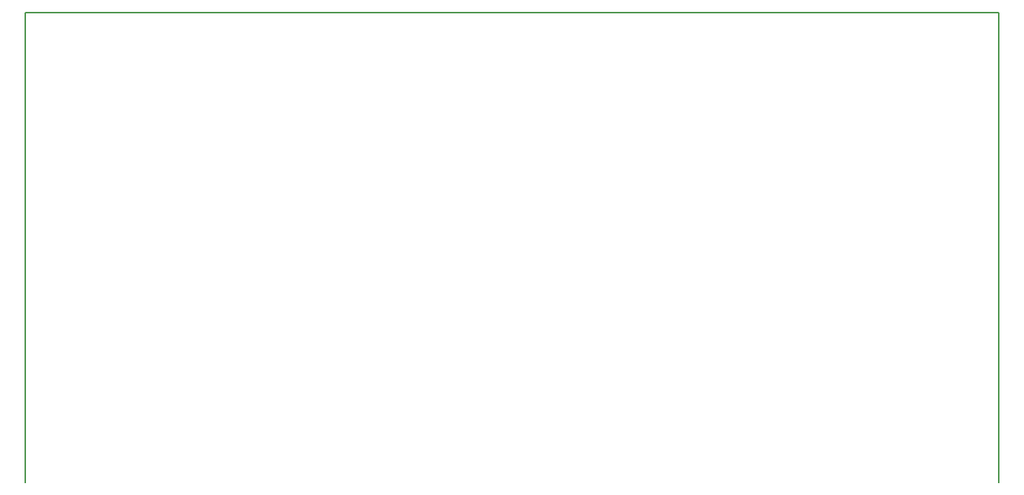
<source format=gbo>
%TF.GenerationSoftware,KiCad,Pcbnew,9.0.1*%
%TF.CreationDate,2025-05-21T21:12:10-06:00*%
%TF.ProjectId,test_Final,74657374-5f46-4696-9e61-6c2e6b696361,rev?*%
%TF.SameCoordinates,Original*%
%TF.FileFunction,Legend,Bot*%
%TF.FilePolarity,Positive*%
%FSLAX46Y46*%
G04 Gerber Fmt 4.6, Leading zero omitted, Abs format (unit mm)*
G04 Created by KiCad (PCBNEW 9.0.1) date 2025-05-21 21:12:10*
%MOMM*%
%LPD*%
G01*
G04 APERTURE LIST*
%ADD10C,0.203200*%
G04 APERTURE END LIST*
D10*
X26590900Y-90459100D02*
X26590900Y-36890500D01*
X26590900Y-36890500D02*
X137588900Y-36890500D01*
X137588900Y-36890500D02*
X137588900Y-90459100D01*
M02*

</source>
